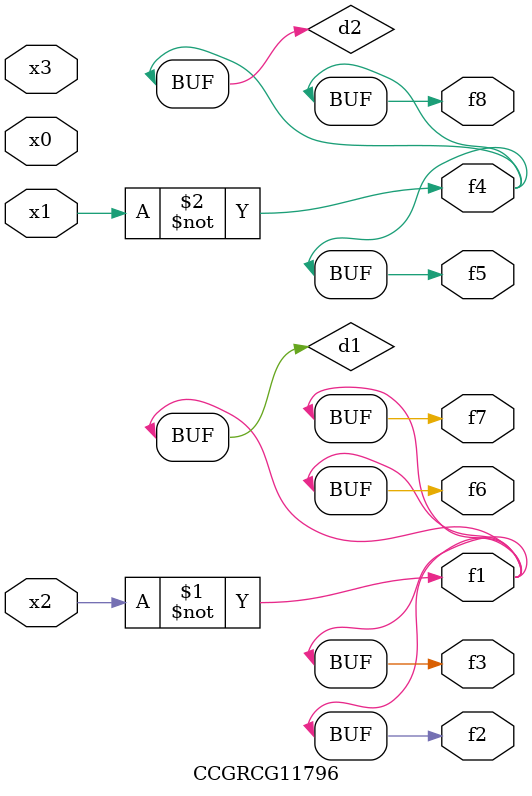
<source format=v>
module CCGRCG11796(
	input x0, x1, x2, x3,
	output f1, f2, f3, f4, f5, f6, f7, f8
);

	wire d1, d2;

	xnor (d1, x2);
	not (d2, x1);
	assign f1 = d1;
	assign f2 = d1;
	assign f3 = d1;
	assign f4 = d2;
	assign f5 = d2;
	assign f6 = d1;
	assign f7 = d1;
	assign f8 = d2;
endmodule

</source>
